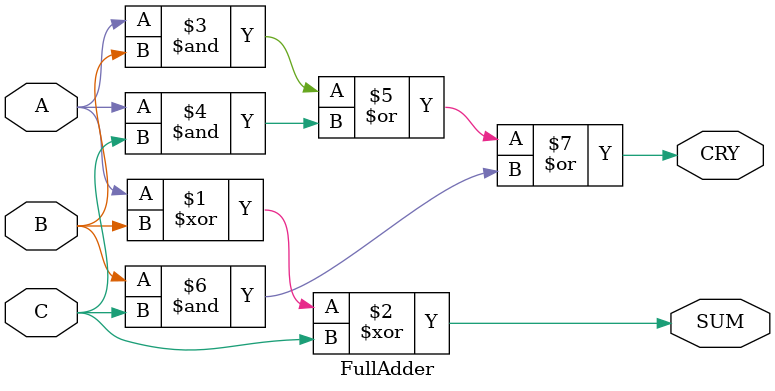
<source format=v>
module FullAdder(
    input A,    // MSB input
    input B,    // LSB input
    input C,    // Carry input
    output SUM, // Summation
    output CRY  // Carry output
);

// Logic for full adder
assign SUM = A ^ B ^ C; // XOR for sum including the carry in
assign CRY = (A & B) | (A & C) | (B & C); // OR of all AND combinations for carry out

endmodule

</source>
